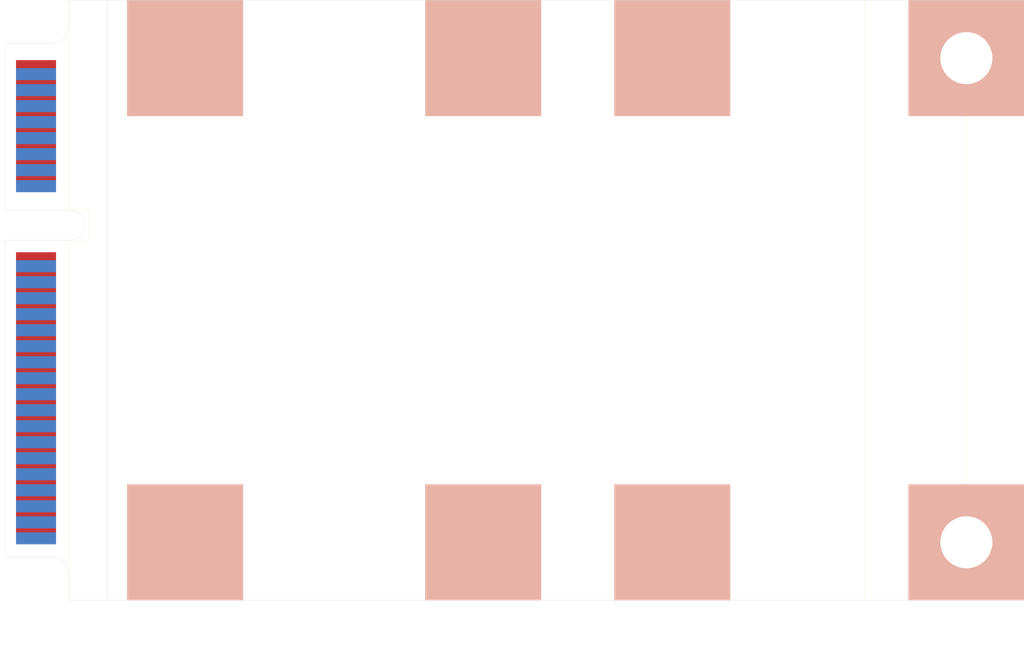
<source format=kicad_pcb>
(kicad_pcb (version 20171130) (host pcbnew "(5.1.4)-1")

  (general
    (thickness 1.6)
    (drawings 14)
    (tracks 0)
    (zones 0)
    (modules 1)
    (nets 1)
  )

  (page A4)
  (layers
    (0 F.Cu signal)
    (31 B.Cu signal)
    (32 B.Adhes user)
    (33 F.Adhes user)
    (34 B.Paste user)
    (35 F.Paste user)
    (36 B.SilkS user)
    (37 F.SilkS user)
    (38 B.Mask user)
    (39 F.Mask user)
    (40 Dwgs.User user hide)
    (41 Cmts.User user)
    (42 Eco1.User user)
    (43 Eco2.User user)
    (44 Edge.Cuts user)
    (45 Margin user)
    (46 B.CrtYd user)
    (47 F.CrtYd user)
    (48 B.Fab user)
    (49 F.Fab user)
  )

  (setup
    (last_trace_width 0.25)
    (trace_clearance 0.2)
    (zone_clearance 0.508)
    (zone_45_only no)
    (trace_min 0.2)
    (via_size 0.8)
    (via_drill 0.4)
    (via_min_size 0.4)
    (via_min_drill 0.3)
    (uvia_size 0.3)
    (uvia_drill 0.1)
    (uvias_allowed no)
    (uvia_min_size 0.2)
    (uvia_min_drill 0.1)
    (edge_width 0.05)
    (segment_width 0.2)
    (pcb_text_width 0.3)
    (pcb_text_size 1.5 1.5)
    (mod_edge_width 0.12)
    (mod_text_size 1 1)
    (mod_text_width 0.15)
    (pad_size 1.524 1.524)
    (pad_drill 0.762)
    (pad_to_mask_clearance 0.051)
    (solder_mask_min_width 0.25)
    (aux_axis_origin 0 0)
    (visible_elements 7FFFFFFF)
    (pcbplotparams
      (layerselection 0x010fc_ffffffff)
      (usegerberextensions false)
      (usegerberattributes false)
      (usegerberadvancedattributes false)
      (creategerberjobfile false)
      (excludeedgelayer true)
      (linewidth 0.100000)
      (plotframeref false)
      (viasonmask false)
      (mode 1)
      (useauxorigin false)
      (hpglpennumber 1)
      (hpglpenspeed 20)
      (hpglpendiameter 15.000000)
      (psnegative false)
      (psa4output false)
      (plotreference true)
      (plotvalue true)
      (plotinvisibletext false)
      (padsonsilk false)
      (subtractmaskfromsilk false)
      (outputformat 1)
      (mirror false)
      (drillshape 1)
      (scaleselection 1)
      (outputdirectory ""))
  )

  (net 0 "")

  (net_class Default "This is the default net class."
    (clearance 0.2)
    (trace_width 0.25)
    (via_dia 0.8)
    (via_drill 0.4)
    (uvia_dia 0.3)
    (uvia_drill 0.1)
  )

  (module mpcie:mpcie-full-card (layer F.Cu) (tedit 5D6BEB51) (tstamp 5D6C66D8)
    (at 123.61926 92.38996 270)
    (path /5D6BE575)
    (fp_text reference U1 (at 14.25448 -1.34874) (layer F.SilkS) hide
      (effects (font (size 1.524 1.524) (thickness 0.15)))
    )
    (fp_text value MPCIE-Socket (at 16.2941 -7.98576) (layer F.Fab)
      (effects (font (size 1.524 1.524) (thickness 0.15)))
    )
    (fp_line (start 13.65 -3.2) (end 15 -3.2) (layer F.Fab) (width 0.01))
    (fp_line (start -4.5 0) (end -12.85 0) (layer F.Fab) (width 0.01))
    (fp_line (start -3 0) (end -3 -3.25) (layer F.Fab) (width 0.01))
    (fp_line (start -4.5 0) (end -4.5 -3.25) (layer F.Fab) (width 0.01))
    (fp_arc (start -3.75 -3.25) (end -4.5 -3.25) (angle 180) (layer F.Fab) (width 0.01))
    (fp_line (start -3.75 -4.5) (end -3.75 -0.15) (layer Eco1.User) (width 0.01))
    (fp_line (start 0 0) (end 0 -50.95) (layer Eco1.User) (width 0.01))
    (fp_line (start 15 -3.2) (end 15 -50.95) (layer F.Fab) (width 0.01))
    (fp_line (start 15 -50.95) (end -15 -50.95) (layer F.Fab) (width 0.01))
    (fp_line (start -15 -50.95) (end -15 -3.2) (layer F.Fab) (width 0.01))
    (fp_line (start -3 0) (end 12.85 0) (layer F.Fab) (width 0.01))
    (fp_text user Center (at -0.2 -14.35) (layer F.Fab) hide
      (effects (font (size 0.25 0.25) (thickness 0.025)))
    )
    (fp_line (start -15 -3.2) (end -4.5 -3.2) (layer F.SilkS) (width 0.01))
    (fp_line (start 12.85 0) (end 12.85 -2.4) (layer F.Fab) (width 0.01))
    (fp_line (start -12.85 0) (end -12.85 -2.4) (layer F.Fab) (width 0.01))
    (fp_arc (start -13.65 -2.4) (end -13.65 -3.2) (angle 90) (layer F.Fab) (width 0.01))
    (fp_line (start -13.65 -3.2) (end -15 -3.2) (layer F.Fab) (width 0.01))
    (fp_arc (start 13.65 -2.4) (end 12.85 -2.4) (angle 90) (layer F.Fab) (width 0.01))
    (fp_line (start 15 -3.2) (end 13.65 -3.2) (layer Eco2.User) (width 0.01))
    (fp_line (start -4.5 -4.2) (end -3 -4.2) (layer F.SilkS) (width 0.01))
    (fp_line (start -4.5 -3.2) (end -4.5 -4.2) (layer F.SilkS) (width 0.01))
    (fp_line (start -3 -3.2) (end 15 -3.2) (layer F.SilkS) (width 0.01))
    (fp_line (start -3 -4.15) (end -3 -3.2) (layer F.SilkS) (width 0.01))
    (fp_line (start -15 -5.1) (end 15 -5.1) (layer B.SilkS) (width 0.01))
    (fp_text user Center (at -0.15 -40.75) (layer F.Fab) hide
      (effects (font (size 0.25 0.25) (thickness 0.025)))
    )
    (fp_line (start 15 -42.95) (end -15 -42.95) (layer F.SilkS) (width 0.01))
    (fp_text user "IO Connector Region" (at -0.43434 -52.07 90) (layer Dwgs.User) hide
      (effects (font (size 1 1) (thickness 0.15)))
    )
    (fp_line (start 15 -48.05) (end -15 -48.05) (layer F.SilkS) (width 0.01))
    (pad "" connect rect (at 12.1 -33.35 270) (size 5.8 5.8) (layers B.SilkS))
    (pad "" connect rect (at -12.1 -33.35 270) (size 5.8 5.8) (layers B.SilkS))
    (pad "" connect rect (at 12.1 -48.05 270) (size 5.8 5.8) (layers B.SilkS))
    (pad "" connect rect (at -12.1 -48.05 270) (size 5.8 5.8) (layers B.SilkS))
    (pad "" np_thru_hole circle (at 12.1 -48.05 270) (size 2.6 2.6) (drill 2.6) (layers *.Cu *.Mask F.SilkS))
    (pad "" connect rect (at -12.1 -23.9 270) (size 5.8 5.8) (layers B.SilkS))
    (pad "" connect rect (at -12.1 -9 270) (size 5.8 5.8) (layers B.SilkS))
    (pad "" connect rect (at 12.1 -9 270) (size 5.8 5.8) (layers B.SilkS))
    (pad "" np_thru_hole circle (at -12.1 -48.05 270) (size 2.6 2.6) (drill 2.6) (layers *.Cu *.Mask F.SilkS))
    (pad "" connect rect (at 12.1 -23.9 270) (size 5.8 5.8) (layers B.SilkS))
    (pad 52 smd rect (at 11.9 -1.55 270) (size 0.6 2) (layers B.Cu B.Mask))
    (pad 51 smd rect (at 11.5 -1.55 270) (size 0.6 2) (layers F.Cu F.Mask))
    (pad 50 smd rect (at 11.1 -1.55 270) (size 0.6 2) (layers B.Cu B.Mask))
    (pad 49 smd rect (at 10.7 -1.55 270) (size 0.6 2) (layers F.Cu F.Mask))
    (pad 48 smd rect (at 10.3 -1.55 270) (size 0.6 2) (layers B.Cu B.Mask))
    (pad 47 smd rect (at 9.9 -1.55 270) (size 0.6 2) (layers F.Cu F.Mask))
    (pad 46 smd rect (at 9.5 -1.55 270) (size 0.6 2) (layers B.Cu B.Mask))
    (pad 45 smd rect (at 9.1 -1.55 270) (size 0.6 2) (layers F.Cu F.Mask))
    (pad 44 smd rect (at 8.7 -1.55 270) (size 0.6 2) (layers B.Cu B.Mask))
    (pad 43 smd rect (at 8.3 -1.55 270) (size 0.6 2) (layers F.Cu F.Mask))
    (pad 42 smd rect (at 7.9 -1.55 270) (size 0.6 2) (layers B.Cu B.Mask))
    (pad 41 smd rect (at 7.5 -1.55 270) (size 0.6 2) (layers F.Cu F.Mask))
    (pad 40 smd rect (at 7.1 -1.55 270) (size 0.6 2) (layers B.Cu B.Mask))
    (pad 39 smd rect (at 6.7 -1.55 270) (size 0.6 2) (layers F.Cu F.Mask))
    (pad 38 smd rect (at 6.3 -1.55 270) (size 0.6 2) (layers B.Cu B.Mask))
    (pad 37 smd rect (at 5.9 -1.55 270) (size 0.6 2) (layers F.Cu F.Mask))
    (pad 36 smd rect (at 5.5 -1.55 270) (size 0.6 2) (layers B.Cu B.Mask))
    (pad 35 smd rect (at 5.1 -1.55 270) (size 0.6 2) (layers F.Cu F.Mask))
    (pad 34 smd rect (at 4.7 -1.55 270) (size 0.6 2) (layers B.Cu B.Mask))
    (pad 33 smd rect (at 4.3 -1.55 270) (size 0.6 2) (layers F.Cu F.Mask))
    (pad 32 smd rect (at 3.9 -1.55 270) (size 0.6 2) (layers B.Cu B.Mask))
    (pad 31 smd rect (at 3.5 -1.55 270) (size 0.6 2) (layers F.Cu F.Mask))
    (pad 30 smd rect (at 3.1 -1.55 270) (size 0.6 2) (layers B.Cu B.Mask))
    (pad 29 smd rect (at 2.7 -1.55 270) (size 0.6 2) (layers F.Cu F.Mask))
    (pad 28 smd rect (at 2.3 -1.55 270) (size 0.6 2) (layers B.Cu B.Mask))
    (pad 27 smd rect (at 1.9 -1.55 270) (size 0.6 2) (layers F.Cu F.Mask))
    (pad 26 smd rect (at 1.5 -1.55 270) (size 0.6 2) (layers B.Cu B.Mask))
    (pad 25 smd rect (at 1.1 -1.55 270) (size 0.6 2) (layers F.Cu F.Mask))
    (pad 24 smd rect (at 0.7 -1.55 270) (size 0.6 2) (layers B.Cu B.Mask))
    (pad 23 smd rect (at 0.3 -1.55 270) (size 0.6 2) (layers F.Cu F.Mask))
    (pad 22 smd rect (at -0.1 -1.55 270) (size 0.6 2) (layers B.Cu B.Mask))
    (pad 21 smd rect (at -0.5 -1.55 270) (size 0.6 2) (layers F.Cu F.Mask))
    (pad 20 smd rect (at -0.9 -1.55 270) (size 0.6 2) (layers B.Cu B.Mask))
    (pad 19 smd rect (at -1.3 -1.55 270) (size 0.6 2) (layers F.Cu F.Mask))
    (pad 18 smd rect (at -1.7 -1.55 270) (size 0.6 2) (layers B.Cu B.Mask))
    (pad 17 smd rect (at -2.1 -1.55 270) (size 0.6 2) (layers F.Cu F.Mask))
    (pad 16 smd rect (at -5.7 -1.55 270) (size 0.6 2) (layers B.Cu B.Mask))
    (pad 15 smd rect (at -6.1 -1.55 270) (size 0.6 2) (layers F.Cu F.Mask))
    (pad 14 smd rect (at -6.5 -1.55 270) (size 0.6 2) (layers B.Cu B.Mask))
    (pad 13 smd rect (at -6.9 -1.55 270) (size 0.6 2) (layers F.Cu F.Mask))
    (pad 12 smd rect (at -7.3 -1.55 270) (size 0.6 2) (layers B.Cu B.Mask))
    (pad 11 smd rect (at -7.7 -1.55 270) (size 0.6 2) (layers F.Cu F.Mask))
    (pad 10 smd rect (at -8.1 -1.55 270) (size 0.6 2) (layers B.Cu B.Mask))
    (pad 9 smd rect (at -8.5 -1.55 270) (size 0.6 2) (layers F.Cu F.Mask))
    (pad 8 smd rect (at -8.9 -1.55 270) (size 0.6 2) (layers B.Cu B.Mask))
    (pad 7 smd rect (at -9.3 -1.55 270) (size 0.6 2) (layers F.Cu F.Mask))
    (pad 6 smd rect (at -9.7 -1.55 270) (size 0.6 2) (layers B.Cu B.Mask))
    (pad 5 smd rect (at -10.1 -1.55 270) (size 0.6 2) (layers F.Cu F.Mask))
    (pad 4 smd rect (at -10.5 -1.55 270) (size 0.6 2) (layers B.Cu B.Mask))
    (pad 3 smd rect (at -10.9 -1.55 270) (size 0.6 2) (layers F.Cu F.Mask))
    (pad 2 smd rect (at -11.3 -1.55 270) (size 0.6 2) (layers B.Cu B.Mask))
    (pad 1 smd rect (at -11.7 -1.55 270) (size 0.6 2) (layers F.Cu F.Mask))
  )

  (gr_line (start 126.81926 106.03996) (end 126.81926 107.38996) (layer Edge.Cuts) (width 0.01))
  (gr_line (start 123.61926 87.88996) (end 123.61926 79.53996) (layer Edge.Cuts) (width 0.01))
  (gr_line (start 123.61926 89.38996) (end 126.86926 89.38996) (layer Edge.Cuts) (width 0.01))
  (gr_line (start 123.61926 87.88996) (end 126.86926 87.88996) (layer Edge.Cuts) (width 0.01))
  (gr_arc (start 126.86926 88.63996) (end 126.86926 87.88996) (angle 180) (layer Edge.Cuts) (width 0.01))
  (gr_line (start 126.81926 107.38996) (end 174.56926 107.38996) (layer Edge.Cuts) (width 0.01))
  (gr_line (start 174.56926 107.38996) (end 174.56926 77.38996) (layer Edge.Cuts) (width 0.01))
  (gr_line (start 174.56926 77.38996) (end 126.81926 77.38996) (layer Edge.Cuts) (width 0.01))
  (gr_line (start 123.61926 89.38996) (end 123.61926 105.23996) (layer Edge.Cuts) (width 0.01))
  (gr_line (start 123.61926 105.23996) (end 126.01926 105.23996) (layer Edge.Cuts) (width 0.01))
  (gr_line (start 123.61926 79.53996) (end 126.01926 79.53996) (layer Edge.Cuts) (width 0.01))
  (gr_arc (start 126.01926 78.73996) (end 126.81926 78.73996) (angle 90) (layer Edge.Cuts) (width 0.01))
  (gr_line (start 126.81926 78.73996) (end 126.81926 77.38996) (layer Edge.Cuts) (width 0.01))
  (gr_arc (start 126.01926 106.03996) (end 126.01926 105.23996) (angle 90) (layer Edge.Cuts) (width 0.01))

)

</source>
